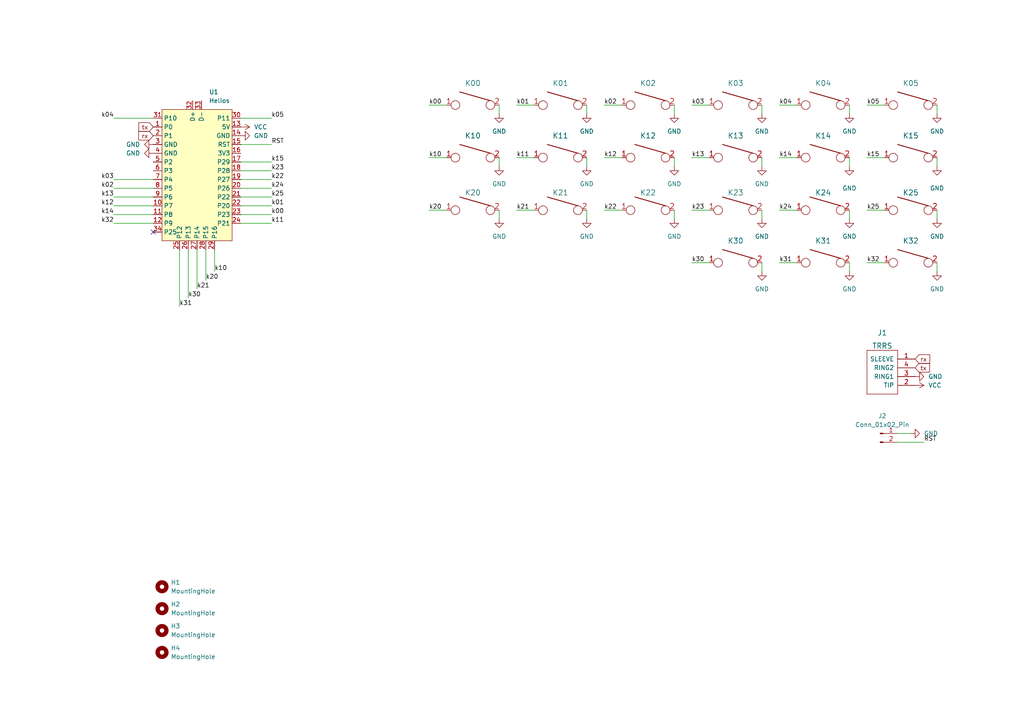
<source format=kicad_sch>
(kicad_sch (version 20231120) (generator "eeschema") (generator_version "8.0")
  (paper "A4")
  (title_block (rev "rev1.0"))
  (lib_symbols
    (symbol "Connector:Conn_01x02_Pin" (pin_names (offset 1.016) hide)
      (property "Reference" "J" (at 0 2.54 0))
      (property "Value" "Conn_01x02_Pin" (at 0 -5.08 0))
      (symbol "Conn_01x02_Pin_1_1"
        (polyline (pts (xy 1.27 -2.54) (xy 0.8636 -2.54)) (stroke (width 0.1524)))
        (polyline (pts (xy 1.27 0) (xy 0.8636 0)) (stroke (width 0.1524)))
        (rectangle (start 0.8636 -2.413) (end 0 -2.667) (stroke (width 0.1524)) (fill (type outline)))
        (rectangle (start 0.8636 0.127) (end 0 -0.127) (stroke (width 0.1524)) (fill (type outline)))
        (pin passive line (at 5.08 0 180) (length 3.81) (name "Pin_1") (number "1"))
        (pin passive line (at 5.08 -2.54 180) (length 3.81) (name "Pin_2") (number "2"))
      )
    )
    (symbol "Mechanical:MountingHole" (pin_names (offset 1.016))
      (property "Reference" "H" (at 0 5.08 0))
      (property "Value" "MountingHole" (at 0 3.175 0))
      (symbol "MountingHole_0_1"
        (circle (center 0 0) (radius 1.27) (stroke (width 1.27)))
      )
    )
    (symbol "PCM_marbastlib-promicroish:Helios" (in_bom no)
      (property "Reference" "U" (at -7.62 22.86 0))
      (property "Value" "Helios" (at -7.62 20.32 0))
      (symbol "Helios_0_0"
        (pin bidirectional line (at -12.7 13.97 0) (length 2.54) (name "P0") (number "1"))
        (pin bidirectional line (at -12.7 -8.89 0) (length 2.54) (name "P7") (number "10"))
        (pin bidirectional line (at -12.7 -11.43 0) (length 2.54) (name "P8") (number "11"))
        (pin bidirectional line (at -12.7 -13.97 0) (length 2.54) (name "P9") (number "12"))
        (pin power_out line (at 12.7 11.43 180) (length 2.54) (name "GND") (number "14"))
        (pin bidirectional line (at 12.7 8.89 180) (length 2.54) (name "RST") (number "15"))
        (pin bidirectional line (at 12.7 3.81 180) (length 2.54) (name "P29") (number "17"))
        (pin bidirectional line (at 12.7 1.27 180) (length 2.54) (name "P28") (number "18"))
        (pin bidirectional line (at 12.7 -1.27 180) (length 2.54) (name "P27") (number "19"))
        (pin bidirectional line (at -12.7 11.43 0) (length 2.54) (name "P1") (number "2"))
        (pin bidirectional line (at 12.7 -3.81 180) (length 2.54) (name "P26") (number "20"))
        (pin bidirectional line (at 12.7 -6.35 180) (length 2.54) (name "P22") (number "21"))
        (pin bidirectional line (at 12.7 -8.89 180) (length 2.54) (name "P20") (number "22"))
        (pin bidirectional line (at 12.7 -11.43 180) (length 2.54) (name "P23") (number "23"))
        (pin bidirectional line (at 12.7 -13.97 180) (length 2.54) (name "P21") (number "24"))
        (pin power_out line (at -12.7 8.89 0) (length 2.54) (name "GND") (number "3"))
        (pin power_out line (at -12.7 6.35 0) (length 2.54) (name "GND") (number "4"))
        (pin bidirectional line (at -12.7 3.81 0) (length 2.54) (name "P2") (number "5"))
        (pin bidirectional line (at -12.7 1.27 0) (length 2.54) (name "P3") (number "6"))
        (pin bidirectional line (at -12.7 -1.27 0) (length 2.54) (name "P4") (number "7"))
        (pin bidirectional line (at -12.7 -3.81 0) (length 2.54) (name "P5") (number "8"))
        (pin bidirectional line (at -12.7 -6.35 0) (length 2.54) (name "P6") (number "9"))
      )
      (symbol "Helios_1_0"
        (pin bidirectional line (at 12.7 13.97 180) (length 2.54) (name "5V") (number "13"))
        (pin power_out line (at 12.7 6.35 180) (length 2.54) (name "3V3") (number "16"))
        (pin bidirectional line (at -5.08 -21.59 90) (length 2.54) (name "P12") (number "25"))
        (pin bidirectional line (at -2.54 -21.59 90) (length 2.54) (name "P13") (number "26"))
        (pin bidirectional line (at 0 -21.59 90) (length 2.54) (name "P14") (number "27"))
        (pin bidirectional line (at 2.54 -21.59 90) (length 2.54) (name "P15") (number "28"))
        (pin bidirectional line (at 5.08 -21.59 90) (length 2.54) (name "P16") (number "29"))
        (pin power_in line (at 12.7 16.51 180) (length 2.54) (name "P11") (number "30"))
        (pin bidirectional line (at -12.7 16.51 0) (length 2.54) (name "P10") (number "31"))
        (pin bidirectional line (at -1.27 21.59 270) (length 2.54) (name "D+") (number "32"))
        (pin bidirectional line (at 1.27 21.59 270) (length 2.54) (name "D-") (number "33"))
        (pin bidirectional line (at -12.7 -16.51 0) (length 2.54) (name "P25") (number "34"))
      )
      (symbol "Helios_1_1"
        (rectangle (start -10.16 19.05) (end 10.16 -19.05) (fill (type background)))
      )
    )
    (symbol "keebio:TRRS" (pin_names (offset 1.016))
      (property "Reference" "U" (at 0 15.24 0))
      (property "Value" "TRRS" (at 0 -2.54 0))
      (symbol "TRRS_0_1"
        (rectangle (start -3.81 0) (end -3.81 12.7))
        (rectangle (start -3.81 12.7) (end 5.08 12.7))
        (rectangle (start 5.08 0) (end -3.81 0))
        (rectangle (start 5.08 12.7) (end 5.08 0))
      )
      (symbol "TRRS_1_1"
        (pin input line (at -8.89 2.54 0) (length 5.08) (name "SLEEVE") (number "1"))
        (pin input line (at -8.89 10.16 0) (length 5.08) (name "TIP") (number "2"))
        (pin input line (at -8.89 7.62 0) (length 5.08) (name "RING1") (number "3"))
        (pin input line (at -8.89 5.08 0) (length 5.08) (name "RING2") (number "4"))
      )
    )
    (symbol "keyboard_parts:KEYSW" (pin_names (offset 1.016))
      (property "Reference" "K?" (at -1.27 0 0))
      (symbol "KEYSW_0_1"
        (circle (center -5.08 0) (radius 1.27))
        (polyline (pts (xy -5.08 1.27) (xy 3.81 3.81)) (stroke (width 0.254)))
        (circle (center 5.08 0) (radius 1.27))
      )
      (symbol "KEYSW_1_1"
        (pin passive line (at 7.62 0 180) (length 1.27) (name "~") (number "1"))
        (pin passive line (at -7.62 0 0) (length 1.27) (name "~") (number "2"))
      )
    )
    (symbol "power:GND" (power) (pin_names (offset 0))
      (property "Value" "GND" (at 0 -3.81 0))
      (symbol "GND_0_1"
        (polyline (pts (xy 0 0) (xy 0 -1.27) (xy 1.27 -1.27) (xy 0 -2.54) (xy -1.27 -1.27) (xy 0 -1.27)))
      )
      (symbol "GND_1_1"
        (pin power_in line (at 0 0 270) (length 0) hide (name "GND") (number "1"))
      )
    )
    (symbol "power:VCC" (power) (pin_names (offset 0))
      (property "Value" "VCC" (at 0 3.81 0))
      (symbol "VCC_0_1"
        (polyline (pts (xy -0.762 1.27) (xy 0 2.54)))
        (polyline (pts (xy 0 0) (xy 0 2.54)))
        (polyline (pts (xy 0 2.54) (xy 0.762 1.27)))
      )
      (symbol "VCC_1_1"
        (pin power_in line (at 0 0 90) (length 0) hide (name "VCC") (number "1"))
      )
    )
  )
  (no_connect (at 44.45 67.31))
  (wire (pts (xy 149.86 60.96) (xy 154.94 60.96)))
  (wire (pts (xy 69.85 52.07) (xy 78.74 52.07)))
  (wire (pts (xy 200.66 45.72) (xy 205.74 45.72)))
  (wire (pts (xy 251.46 30.48) (xy 256.54 30.48)))
  (wire (pts (xy 69.85 49.53) (xy 78.74 49.53)))
  (wire (pts (xy 124.46 45.72) (xy 129.54 45.72)))
  (wire (pts (xy 200.66 60.96) (xy 205.74 60.96)))
  (wire (pts (xy 149.86 45.72) (xy 154.94 45.72)))
  (wire (pts (xy 175.26 60.96) (xy 180.34 60.96)))
  (wire (pts (xy 69.85 34.29) (xy 78.74 34.29)))
  (wire (pts (xy 251.46 60.96) (xy 256.54 60.96)))
  (wire (pts (xy 195.58 63.5) (xy 195.58 60.96)))
  (wire (pts (xy 144.78 63.5) (xy 144.78 60.96)))
  (wire (pts (xy 246.38 48.26) (xy 246.38 45.72)))
  (wire (pts (xy 220.98 48.26) (xy 220.98 45.72)))
  (wire (pts (xy 144.78 48.26) (xy 144.78 45.72)))
  (wire (pts (xy 175.26 45.72) (xy 180.34 45.72)))
  (wire (pts (xy 57.15 72.39) (xy 57.15 83.82)))
  (wire (pts (xy 69.85 57.15) (xy 78.74 57.15)))
  (wire (pts (xy 33.02 57.15) (xy 44.45 57.15)))
  (wire (pts (xy 246.38 78.74) (xy 246.38 76.2)))
  (wire (pts (xy 69.85 64.77) (xy 78.74 64.77)))
  (wire (pts (xy 271.78 48.26) (xy 271.78 45.72)))
  (wire (pts (xy 200.66 76.2) (xy 205.74 76.2)))
  (wire (pts (xy 226.06 45.72) (xy 231.14 45.72)))
  (wire (pts (xy 200.66 30.48) (xy 205.74 30.48)))
  (wire (pts (xy 220.98 78.74) (xy 220.98 76.2)))
  (wire (pts (xy 54.61 72.39) (xy 54.61 86.36)))
  (wire (pts (xy 271.78 63.5) (xy 271.78 60.96)))
  (wire (pts (xy 124.46 60.96) (xy 129.54 60.96)))
  (wire (pts (xy 144.78 33.02) (xy 144.78 30.48)))
  (wire (pts (xy 195.58 48.26) (xy 195.58 45.72)))
  (wire (pts (xy 170.18 63.5) (xy 170.18 60.96)))
  (wire (pts (xy 246.38 63.5) (xy 246.38 60.96)))
  (wire (pts (xy 69.85 54.61) (xy 78.74 54.61)))
  (wire (pts (xy 226.06 30.48) (xy 231.14 30.48)))
  (wire (pts (xy 124.46 30.48) (xy 129.54 30.48)))
  (wire (pts (xy 69.85 41.91) (xy 78.74 41.91)))
  (wire (pts (xy 170.18 48.26) (xy 170.18 45.72)))
  (wire (pts (xy 69.85 62.23) (xy 78.74 62.23)))
  (wire (pts (xy 33.02 59.69) (xy 44.45 59.69)))
  (wire (pts (xy 175.26 30.48) (xy 180.34 30.48)))
  (wire (pts (xy 33.02 64.77) (xy 44.45 64.77)))
  (wire (pts (xy 260.35 125.73) (xy 264.16 125.73)))
  (wire (pts (xy 33.02 62.23) (xy 44.45 62.23)))
  (wire (pts (xy 62.23 72.39) (xy 62.23 78.74)))
  (wire (pts (xy 59.69 72.39) (xy 59.69 81.28)))
  (wire (pts (xy 52.07 72.39) (xy 52.07 88.9)))
  (wire (pts (xy 195.58 33.02) (xy 195.58 30.48)))
  (wire (pts (xy 251.46 45.72) (xy 256.54 45.72)))
  (wire (pts (xy 226.06 60.96) (xy 231.14 60.96)))
  (wire (pts (xy 170.18 33.02) (xy 170.18 30.48)))
  (wire (pts (xy 226.06 76.2) (xy 231.14 76.2)))
  (wire (pts (xy 33.02 52.07) (xy 44.45 52.07)))
  (wire (pts (xy 271.78 33.02) (xy 271.78 30.48)))
  (wire (pts (xy 260.35 128.27) (xy 267.97 128.27)))
  (wire (pts (xy 33.02 54.61) (xy 44.45 54.61)))
  (wire (pts (xy 246.38 33.02) (xy 246.38 30.48)))
  (wire (pts (xy 251.46 76.2) (xy 256.54 76.2)))
  (wire (pts (xy 220.98 33.02) (xy 220.98 30.48)))
  (wire (pts (xy 33.02 34.29) (xy 44.45 34.29)))
  (wire (pts (xy 149.86 30.48) (xy 154.94 30.48)))
  (wire (pts (xy 69.85 59.69) (xy 78.74 59.69)))
  (wire (pts (xy 271.78 78.74) (xy 271.78 76.2)))
  (wire (pts (xy 220.98 63.5) (xy 220.98 60.96)))
  (wire (pts (xy 69.85 46.99) (xy 78.74 46.99)))
  (label "k11" (at 78.74 64.77 0))
  (label "k21" (at 57.15 83.82 0))
  (label "k13" (at 33.02 57.15 180))
  (label "k30" (at 200.66 76.2 0))
  (label "k02" (at 175.26 30.48 0))
  (label "k04" (at 226.06 30.48 0))
  (label "k20" (at 59.69 81.28 0))
  (label "k00" (at 78.74 62.23 0))
  (label "k01" (at 78.74 59.69 0))
  (label "k00" (at 124.46 30.48 0))
  (label "k03" (at 200.66 30.48 0))
  (label "k15" (at 251.46 45.72 0))
  (label "k23" (at 200.66 60.96 0))
  (label "k10" (at 62.23 78.74 0))
  (label "k24" (at 226.06 60.96 0))
  (label "k05" (at 251.46 30.48 0))
  (label "k32" (at 33.02 64.77 180))
  (label "k22" (at 175.26 60.96 0))
  (label "k03" (at 33.02 52.07 180))
  (label "k02" (at 33.02 54.61 180))
  (label "k01" (at 149.86 30.48 0))
  (label "k22" (at 78.74 52.07 0))
  (label "k10" (at 124.46 45.72 0))
  (label "k12" (at 33.02 59.69 180))
  (label "k30" (at 54.61 86.36 0))
  (label "k31" (at 52.07 88.9 0))
  (label "RST" (at 78.74 41.91 0))
  (label "k24" (at 78.74 54.61 0))
  (label "k32" (at 251.46 76.2 0))
  (label "k14" (at 226.06 45.72 0))
  (label "k12" (at 175.26 45.72 0))
  (label "k23" (at 78.74 49.53 0))
  (label "k11" (at 149.86 45.72 0))
  (label "RST" (at 267.97 128.27 0))
  (label "k15" (at 78.74 46.99 0))
  (label "k25" (at 78.74 57.15 0))
  (label "k04" (at 33.02 34.29 180))
  (label "k31" (at 226.06 76.2 0))
  (label "k13" (at 200.66 45.72 0))
  (label "k21" (at 149.86 60.96 0))
  (label "k25" (at 251.46 60.96 0))
  (label "k05" (at 78.74 34.29 0))
  (label "k14" (at 33.02 62.23 180))
  (label "k20" (at 124.46 60.96 0))
  (global_label "rx" (shape input) (at 265.43 104.14 0) (property "Intersheetrefs" "${INTERSHEET_REFS}" (effects (hide yes))))
  (global_label "tx" (shape input) (at 265.43 106.68 0) (property "Intersheetrefs" "${INTERSHEET_REFS}" (effects (hide yes))))
  (global_label "tx" (shape input) (at 44.45 36.83 180) (property "Intersheetrefs" "${INTERSHEET_REFS}" (effects (hide yes))))
  (global_label "rx" (shape input) (at 44.45 39.37 180) (property "Intersheetrefs" "${INTERSHEET_REFS}" (effects (hide yes))))
  (symbol (lib_id "keyboard_parts:KEYSW") (at 264.16 76.2 0) (mirror y) (unit 1)
    (property "Reference" "K32" (at 264.16 69.85 0) (effects (font (size 1.524 1.524))))
    (property "Value" "KEYSW" (effects (hide yes)))
    (property "Footprint" "keyswitches:Kailh_socket_PG1350_optional" (effects (hide yes)))
  )
  (symbol (lib_id "power:GND") (at 195.58 48.26 0) (unit 1)
    (property "Reference" "#PWR0104" (effects (hide yes)))
    (property "Value" "GND" (at 195.58 53.34 0))
  )
  (symbol (lib_id "keyboard_parts:KEYSW") (at 238.76 60.96 0) (mirror y) (unit 1)
    (property "Reference" "K24" (at 238.76 55.88 0) (effects (font (size 1.524 1.524))))
    (property "Value" "KEYSW" (effects (hide yes)))
    (property "Footprint" "keyswitches:Kailh_socket_PG1350_optional" (effects (hide yes)))
  )
  (symbol (lib_id "power:GND") (at 69.85 39.37 90) (unit 1)
    (property "Reference" "#PWR0111" (effects (hide yes)))
    (property "Value" "GND" (at 73.66 39.3699 90) (effects (justify right)))
  )
  (symbol (lib_id "power:GND") (at 265.43 109.22 90) (unit 1)
    (property "Reference" "#PWR0126" (effects (hide yes)))
    (property "Value" "GND" (at 269.24 109.2199 90) (effects (justify right)))
  )
  (symbol (lib_id "keyboard_parts:KEYSW") (at 137.16 30.48 0) (mirror y) (unit 1)
    (property "Reference" "K00" (at 137.16 24.13 0) (effects (font (size 1.524 1.524))))
    (property "Value" "KEYSW" (effects (hide yes)))
    (property "Footprint" "keyswitches:Kailh_socket_PG1350_optional" (effects (hide yes)))
  )
  (symbol (lib_id "Mechanical:MountingHole") (at 46.99 189.23 0) (unit 1)
    (property "Reference" "H4" (at 49.53 187.9599 0) (effects (justify left)))
    (property "Value" "MountingHole" (at 49.53 190.4999 0) (effects (justify left)))
    (property "Footprint" "beekeeb_lib:MountingHole_2.2mm_M2-8mm" (effects (hide yes)))
  )
  (symbol (lib_id "keyboard_parts:KEYSW") (at 264.16 45.72 0) (mirror y) (unit 1)
    (property "Reference" "K15" (at 264.16 39.37 0) (effects (font (size 1.524 1.524))))
    (property "Value" "KEYSW" (effects (hide yes)))
    (property "Footprint" "keyswitches:Kailh_socket_PG1350_optional" (effects (hide yes)))
  )
  (symbol (lib_id "power:GND") (at 144.78 48.26 0) (unit 1)
    (property "Reference" "#PWR0107" (effects (hide yes)))
    (property "Value" "GND" (at 144.78 53.34 0))
  )
  (symbol (lib_id "power:GND") (at 195.58 63.5 0) (unit 1)
    (property "Reference" "#PWR0105" (effects (hide yes)))
    (property "Value" "GND" (at 195.58 68.58 0))
  )
  (symbol (lib_id "Mechanical:MountingHole") (at 46.99 176.53 0) (unit 1)
    (property "Reference" "H2" (at 49.53 175.2599 0) (effects (justify left)))
    (property "Value" "MountingHole" (at 49.53 177.7999 0) (effects (justify left)))
    (property "Footprint" "beekeeb_lib:MountingHole_2.2mm_M2-8mm" (effects (hide yes)))
  )
  (symbol (lib_id "keyboard_parts:KEYSW") (at 213.36 30.48 0) (mirror y) (unit 1)
    (property "Reference" "K03" (at 213.36 24.13 0) (effects (font (size 1.524 1.524))))
    (property "Value" "KEYSW" (effects (hide yes)))
    (property "Footprint" "keyswitches:Kailh_socket_PG1350_optional" (effects (hide yes)))
  )
  (symbol (lib_id "power:GND") (at 246.38 63.5 0) (unit 1)
    (property "Reference" "#PWR0121" (effects (hide yes)))
    (property "Value" "GND" (at 246.38 68.58 0))
  )
  (symbol (lib_id "keyboard_parts:KEYSW") (at 187.96 30.48 0) (mirror y) (unit 1)
    (property "Reference" "K02" (at 187.96 24.13 0) (effects (font (size 1.524 1.524))))
    (property "Value" "KEYSW" (effects (hide yes)))
    (property "Footprint" "keyswitches:Kailh_socket_PG1350_optional" (effects (hide yes)))
  )
  (symbol (lib_id "keyboard_parts:KEYSW") (at 162.56 45.72 0) (mirror y) (unit 1)
    (property "Reference" "K11" (at 162.56 39.37 0) (effects (font (size 1.524 1.524))))
    (property "Value" "KEYSW" (effects (hide yes)))
    (property "Footprint" "keyswitches:Kailh_socket_PG1350_optional" (effects (hide yes)))
  )
  (symbol (lib_id "keyboard_parts:KEYSW") (at 187.96 60.96 0) (mirror y) (unit 1)
    (property "Reference" "K22" (at 187.96 55.88 0) (effects (font (size 1.524 1.524))))
    (property "Value" "KEYSW" (effects (hide yes)))
    (property "Footprint" "keyswitches:Kailh_socket_PG1350_optional" (effects (hide yes)))
  )
  (symbol (lib_id "power:GND") (at 271.78 33.02 0) (unit 1)
    (property "Reference" "#PWR0115" (effects (hide yes)))
    (property "Value" "GND" (at 271.78 38.1 0))
  )
  (symbol (lib_id "power:GND") (at 271.78 63.5 0) (unit 1)
    (property "Reference" "#PWR0118" (effects (hide yes)))
    (property "Value" "GND" (at 271.78 68.58 0))
  )
  (symbol (lib_id "power:GND") (at 271.78 78.74 0) (unit 1)
    (property "Reference" "#PWR0117" (effects (hide yes)))
    (property "Value" "GND" (at 271.78 83.82 0))
  )
  (symbol (lib_id "power:GND") (at 246.38 48.26 0) (unit 1)
    (property "Reference" "#PWR0119" (effects (hide yes)))
    (property "Value" "GND" (at 246.38 54.61 0))
  )
  (symbol (lib_id "power:GND") (at 170.18 63.5 0) (unit 1)
    (property "Reference" "#PWR0101" (effects (hide yes)))
    (property "Value" "GND" (at 170.18 68.58 0))
  )
  (symbol (lib_id "keyboard_parts:KEYSW") (at 238.76 30.48 0) (mirror y) (unit 1)
    (property "Reference" "K04" (at 238.76 24.13 0) (effects (font (size 1.524 1.524))))
    (property "Value" "KEYSW" (effects (hide yes)))
    (property "Footprint" "keyswitches:Kailh_socket_PG1350_optional" (effects (hide yes)))
  )
  (symbol (lib_id "power:GND") (at 246.38 78.74 0) (unit 1)
    (property "Reference" "#PWR0120" (effects (hide yes)))
    (property "Value" "GND" (at 246.38 83.82 0))
  )
  (symbol (lib_id "keyboard_parts:KEYSW") (at 213.36 76.2 0) (mirror y) (unit 1)
    (property "Reference" "K30" (at 213.36 69.85 0) (effects (font (size 1.524 1.524))))
    (property "Value" "KEYSW" (effects (hide yes)))
    (property "Footprint" "keyswitches:Kailh_socket_PG1350_optional" (effects (hide yes)))
  )
  (symbol (lib_id "power:GND") (at 246.38 33.02 0) (unit 1)
    (property "Reference" "#PWR0112" (effects (hide yes)))
    (property "Value" "GND" (at 246.38 38.1 0))
  )
  (symbol (lib_id "keebio:TRRS") (at 256.54 101.6 180) (unit 1)
    (property "Reference" "J1" (at 255.905 96.52 0) (effects (font (size 1.524 1.524))))
    (property "Value" "TRRS" (at 255.905 100.33 0) (effects (font (size 1.524 1.524))))
    (property "Footprint" "Keebio-Parts:TRRS-PJ-320A" (effects (hide yes)))
  )
  (symbol (lib_id "PCM_marbastlib-promicroish:Helios") (at 57.15 50.8 0) (unit 1) (in_bom no)
    (property "Reference" "U1" (at 60.6141 26.67 0) (effects (justify left)))
    (property "Value" "Helios" (at 60.6141 29.21 0) (effects (justify left)))
    (property "Footprint" "PCM_marbastlib-xp-promicroish:Helios_AH_USBdn" (effects (hide yes)))
    (property "Datasheet" "https://github.com/0xCB-dev/0xCB-Helios" (effects (hide yes)))
    (property "Description" "Symbol for an 0xCB Helios" (effects (hide yes)))
  )
  (symbol (lib_id "keyboard_parts:KEYSW") (at 137.16 60.96 0) (mirror y) (unit 1)
    (property "Reference" "K20" (at 137.16 55.88 0) (effects (font (size 1.524 1.524))))
    (property "Value" "KEYSW" (effects (hide yes)))
    (property "Footprint" "keyswitches:Kailh_socket_PG1350_optional" (effects (hide yes)))
  )
  (symbol (lib_id "power:VCC") (at 69.85 36.83 270) (unit 1)
    (property "Reference" "#PWR0133" (effects (hide yes)))
    (property "Value" "VCC" (at 73.66 36.8299 90) (effects (justify left)))
  )
  (symbol (lib_id "power:GND") (at 271.78 48.26 0) (unit 1)
    (property "Reference" "#PWR0116" (effects (hide yes)))
    (property "Value" "GND" (at 271.78 54.61 0))
  )
  (symbol (lib_id "keyboard_parts:KEYSW") (at 213.36 60.96 0) (mirror y) (unit 1)
    (property "Reference" "K23" (at 213.36 55.88 0) (effects (font (size 1.524 1.524))))
    (property "Value" "KEYSW" (effects (hide yes)))
    (property "Footprint" "keyswitches:Kailh_socket_PG1350_optional" (effects (hide yes)))
  )
  (symbol (lib_id "keyboard_parts:KEYSW") (at 137.16 45.72 0) (mirror y) (unit 1)
    (property "Reference" "K10" (at 137.16 39.37 0) (effects (font (size 1.524 1.524))))
    (property "Value" "KEYSW" (effects (hide yes)))
    (property "Footprint" "keyswitches:Kailh_socket_PG1350_optional" (effects (hide yes)))
  )
  (symbol (lib_id "keyboard_parts:KEYSW") (at 162.56 30.48 0) (mirror y) (unit 1)
    (property "Reference" "K01" (at 162.56 24.13 0) (effects (font (size 1.524 1.524))))
    (property "Value" "KEYSW" (effects (hide yes)))
    (property "Footprint" "keyswitches:Kailh_socket_PG1350_optional" (effects (hide yes)))
  )
  (symbol (lib_id "power:GND") (at 264.16 125.73 90) (unit 1)
    (property "Reference" "#PWR01" (effects (hide yes)))
    (property "Value" "GND" (at 267.97 125.7299 90) (effects (justify right)))
  )
  (symbol (lib_id "keyboard_parts:KEYSW") (at 264.16 60.96 0) (mirror y) (unit 1)
    (property "Reference" "K25" (at 264.16 55.88 0) (effects (font (size 1.524 1.524))))
    (property "Value" "KEYSW" (effects (hide yes)))
    (property "Footprint" "keyswitches:Kailh_socket_PG1350_optional" (effects (hide yes)))
  )
  (symbol (lib_id "power:GND") (at 44.45 44.45 270) (unit 1)
    (property "Reference" "#PWR0131" (effects (hide yes)))
    (property "Value" "GND" (at 40.64 44.4499 90) (effects (justify right)))
  )
  (symbol (lib_id "keyboard_parts:KEYSW") (at 238.76 76.2 0) (mirror y) (unit 1)
    (property "Reference" "K31" (at 238.76 69.85 0) (effects (font (size 1.524 1.524))))
    (property "Value" "KEYSW" (effects (hide yes)))
    (property "Footprint" "keyswitches:Kailh_socket_PG1350_optional" (effects (hide yes)))
  )
  (symbol (lib_id "Mechanical:MountingHole") (at 46.99 182.88 0) (unit 1)
    (property "Reference" "H3" (at 49.53 181.6099 0) (effects (justify left)))
    (property "Value" "MountingHole" (at 49.53 184.1499 0) (effects (justify left)))
    (property "Footprint" "beekeeb_lib:MountingHole_2.2mm_M2-8mm" (effects (hide yes)))
  )
  (symbol (lib_id "power:GND") (at 220.98 33.02 0) (unit 1)
    (property "Reference" "#PWR0123" (effects (hide yes)))
    (property "Value" "GND" (at 220.98 38.1 0))
  )
  (symbol (lib_id "keyboard_parts:KEYSW") (at 238.76 45.72 0) (mirror y) (unit 1)
    (property "Reference" "K14" (at 238.76 39.37 0) (effects (font (size 1.524 1.524))))
    (property "Value" "KEYSW" (effects (hide yes)))
    (property "Footprint" "keyswitches:Kailh_socket_PG1350_optional" (effects (hide yes)))
  )
  (symbol (lib_id "power:GND") (at 144.78 33.02 0) (unit 1)
    (property "Reference" "#PWR0109" (effects (hide yes)))
    (property "Value" "GND" (at 144.78 38.1 0))
  )
  (symbol (lib_id "power:GND") (at 44.45 41.91 270) (unit 1)
    (property "Reference" "#PWR0130" (effects (hide yes)))
    (property "Value" "GND" (at 40.64 41.9099 90) (effects (justify right)))
  )
  (symbol (lib_id "keyboard_parts:KEYSW") (at 213.36 45.72 0) (mirror y) (unit 1)
    (property "Reference" "K13" (at 213.36 39.37 0) (effects (font (size 1.524 1.524))))
    (property "Value" "KEYSW" (effects (hide yes)))
    (property "Footprint" "keyswitches:Kailh_socket_PG1350_optional" (effects (hide yes)))
  )
  (symbol (lib_id "power:GND") (at 195.58 33.02 0) (unit 1)
    (property "Reference" "#PWR0103" (effects (hide yes)))
    (property "Value" "GND" (at 195.58 38.1 0))
  )
  (symbol (lib_id "power:GND") (at 220.98 48.26 0) (unit 1)
    (property "Reference" "#PWR0122" (effects (hide yes)))
    (property "Value" "GND" (at 220.98 53.34 0))
  )
  (symbol (lib_id "keyboard_parts:KEYSW") (at 162.56 60.96 0) (mirror y) (unit 1)
    (property "Reference" "K21" (at 162.56 55.88 0) (effects (font (size 1.524 1.524))))
    (property "Value" "KEYSW" (effects (hide yes)))
    (property "Footprint" "keyswitches:Kailh_socket_PG1350_optional" (effects (hide yes)))
  )
  (symbol (lib_id "keyboard_parts:KEYSW") (at 187.96 45.72 0) (mirror y) (unit 1)
    (property "Reference" "K12" (at 187.96 39.37 0) (effects (font (size 1.524 1.524))))
    (property "Value" "KEYSW" (effects (hide yes)))
    (property "Footprint" "keyswitches:Kailh_socket_PG1350_optional" (effects (hide yes)))
  )
  (symbol (lib_id "power:GND") (at 220.98 78.74 0) (unit 1)
    (property "Reference" "#PWR0113" (effects (hide yes)))
    (property "Value" "GND" (at 220.98 83.82 0))
  )
  (symbol (lib_id "power:GND") (at 170.18 33.02 0) (unit 1)
    (property "Reference" "#PWR0106" (effects (hide yes)))
    (property "Value" "GND" (at 170.18 38.1 0))
  )
  (symbol (lib_id "power:GND") (at 170.18 48.26 0) (unit 1)
    (property "Reference" "#PWR0102" (effects (hide yes)))
    (property "Value" "GND" (at 170.18 53.34 0))
  )
  (symbol (lib_id "Mechanical:MountingHole") (at 46.99 170.18 0) (unit 1)
    (property "Reference" "H1" (at 49.53 168.9099 0) (effects (justify left)))
    (property "Value" "MountingHole" (at 49.53 171.4499 0) (effects (justify left)))
    (property "Footprint" "beekeeb_lib:MountingHole_2.2mm_M2-8mm" (effects (hide yes)))
  )
  (symbol (lib_id "power:GND") (at 220.98 63.5 0) (unit 1)
    (property "Reference" "#PWR0114" (effects (hide yes)))
    (property "Value" "GND" (at 220.98 68.58 0))
  )
  (symbol (lib_id "Connector:Conn_01x02_Pin") (at 255.27 125.73 0) (unit 1)
    (property "Reference" "J2" (at 255.905 120.65 0))
    (property "Value" "Conn_01x02_Pin" (at 255.905 123.19 0))
    (property "Footprint" "PCM_marbastlib-various:SW_SKHLLCA010" (effects (hide yes)))
    (property "Description" "Generic connector, single row, 01x02, script generated" (effects (hide yes)))
  )
  (symbol (lib_id "power:GND") (at 144.78 63.5 0) (unit 1)
    (property "Reference" "#PWR0108" (effects (hide yes)))
    (property "Value" "GND" (at 144.78 68.58 0))
  )
  (symbol (lib_id "power:VCC") (at 265.43 111.76 270) (unit 1)
    (property "Reference" "#PWR0110" (effects (hide yes)))
    (property "Value" "VCC" (at 269.24 111.7599 90) (effects (justify left)))
  )
  (symbol (lib_id "keyboard_parts:KEYSW") (at 264.16 30.48 0) (mirror y) (unit 1)
    (property "Reference" "K05" (at 264.16 24.13 0) (effects (font (size 1.524 1.524))))
    (property "Value" "KEYSW" (effects (hide yes)))
    (property "Footprint" "keyswitches:Kailh_socket_PG1350_optional" (effects (hide yes)))
  )
)
</source>
